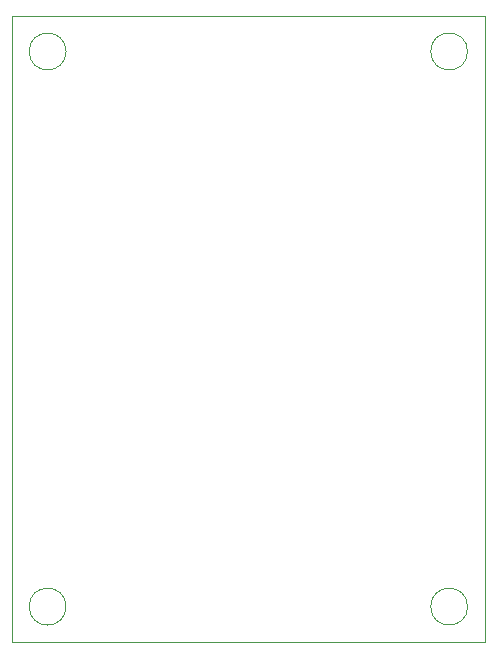
<source format=gbr>
G04 #@! TF.GenerationSoftware,KiCad,Pcbnew,5.1.6-c6e7f7d~87~ubuntu19.10.1*
G04 #@! TF.CreationDate,2020-10-15T12:23:37+04:00*
G04 #@! TF.ProjectId,ledy,6c656479-2e6b-4696-9361-645f70636258,rev?*
G04 #@! TF.SameCoordinates,Original*
G04 #@! TF.FileFunction,Profile,NP*
%FSLAX46Y46*%
G04 Gerber Fmt 4.6, Leading zero omitted, Abs format (unit mm)*
G04 Created by KiCad (PCBNEW 5.1.6-c6e7f7d~87~ubuntu19.10.1) date 2020-10-15 12:23:37*
%MOMM*%
%LPD*%
G01*
G04 APERTURE LIST*
G04 #@! TA.AperFunction,Profile*
%ADD10C,0.050000*%
G04 #@! TD*
G04 APERTURE END LIST*
D10*
X209562050Y-125000000D02*
G75*
G03*
X209562050Y-125000000I-1562050J0D01*
G01*
X243562050Y-78000000D02*
G75*
G03*
X243562050Y-78000000I-1562050J0D01*
G01*
X209562050Y-78000000D02*
G75*
G03*
X209562050Y-78000000I-1562050J0D01*
G01*
X243562050Y-125000000D02*
G75*
G03*
X243562050Y-125000000I-1562050J0D01*
G01*
X245000000Y-128000000D02*
X245000000Y-115000000D01*
X205000000Y-128000000D02*
X245000000Y-128000000D01*
X205000000Y-115000000D02*
X205000000Y-128000000D01*
X205000000Y-115000000D02*
X205000000Y-75000000D01*
X245000000Y-75000000D02*
X245000000Y-115000000D01*
X205000000Y-75000000D02*
X245000000Y-75000000D01*
M02*

</source>
